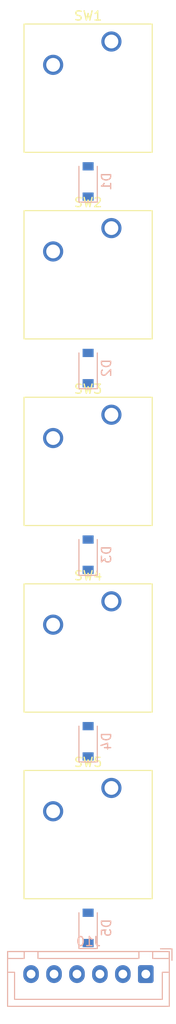
<source format=kicad_pcb>
(kicad_pcb (version 20211014) (generator pcbnew)
  (layers (0 "F.Cu" signal) (31 "B.Cu" signal) (34 "B.Paste" user) (35 "F.Paste" user) (36 "B.SilkS" user "B.Silkscreen") (37 "F.SilkS" user "F.Silkscreen") (38 "B.Mask" user) (39 "F.Mask" user) (44 "Edge.Cuts" user))
  (net 0 "")
  (net 1 "/ROW1")
  (net 2 "Net-(D1-Pad2)")
  (net 3 "/ROW3")
  (net 4 "Net-(D2-Pad2)")
  (net 5 "/ROW4")
  (net 6 "Net-(D3-Pad2)")
  (net 7 "/ROW2")
  (net 8 "Net-(D4-Pad2)")
  (net 9 "/ROW5")
  (net 10 "Net-(D5-Pad2)")
  (net 11 "/COL5")
  (footprint "Button_Switch_Keyboard:SW_Cherry_MX_1.00u_PCB" (layer "F.Cu") (at 205.74 88.9)
    (fp_text reference "SW3" (at -2.54 -2.794) (layer "F.SilkS"))
    (fp_text value "SW_Push")
    (fp_line (start 4.445 -1.905) (end 4.445 12.065) (layer "F.SilkS") (width 0.12))
    (fp_line (start 4.445 12.065) (end -9.525 12.065) (layer "F.SilkS") (width 0.12))
    (fp_line (start -9.525 12.065) (end -9.525 -1.905) (layer "F.SilkS") (width 0.12))
    (fp_line (start -9.525 -1.905) (end 4.445 -1.905) (layer "F.SilkS") (width 0.12))
    (pad "" np_thru_hole circle (at -2.54 5.08) (size 4 4) (drill 4) (layers *.Cu *.Mask))
    (pad "" np_thru_hole circle (at 2.54 5.08) (size 1.7 1.7) (drill 1.7) (layers *.Cu *.Mask))
    (pad "" np_thru_hole circle (at -7.62 5.08) (size 1.7 1.7) (drill 1.7) (layers *.Cu *.Mask))
    (pad "1" thru_hole circle (at 0 0) (size 2.2 2.2) (drill 1.5) (layers *.Cu *.Mask) (net 11 "/COL5"))
    (pad "2" thru_hole circle (at -6.35 2.54) (size 2.2 2.2) (drill 1.5) (layers *.Cu *.Mask) (net 6 "Net-(D3-Pad2)"))
  )
  (footprint "Button_Switch_Keyboard:SW_Cherry_MX_1.00u_PCB" (layer "F.Cu") (at 205.74 48.26)
    (fp_text reference "SW1" (at -2.54 -2.794) (layer "F.SilkS"))
    (fp_text value "SW_Push")
    (fp_line (start -9.525 12.065) (end -9.525 -1.905) (layer "F.SilkS") (width 0.12))
    (fp_line (start 4.445 12.065) (end -9.525 12.065) (layer "F.SilkS") (width 0.12))
    (fp_line (start 4.445 -1.905) (end 4.445 12.065) (layer "F.SilkS") (width 0.12))
    (fp_line (start -9.525 -1.905) (end 4.445 -1.905) (layer "F.SilkS") (width 0.12))
    (pad "" np_thru_hole circle (at -7.62 5.08) (size 1.7 1.7) (drill 1.7) (layers *.Cu *.Mask))
    (pad "" np_thru_hole circle (at 2.54 5.08) (size 1.7 1.7) (drill 1.7) (layers *.Cu *.Mask))
    (pad "" np_thru_hole circle (at -2.54 5.08) (size 4 4) (drill 4) (layers *.Cu *.Mask))
    (pad "1" thru_hole circle (at 0 0) (size 2.2 2.2) (drill 1.5) (layers *.Cu *.Mask) (net 11 "/COL5"))
    (pad "2" thru_hole circle (at -6.35 2.54) (size 2.2 2.2) (drill 1.5) (layers *.Cu *.Mask) (net 2 "Net-(D1-Pad2)"))
  )
  (footprint "Button_Switch_Keyboard:SW_Cherry_MX_1.00u_PCB" (layer "F.Cu") (at 205.74 129.54)
    (fp_text reference "SW5" (at -2.54 -2.794) (layer "F.SilkS"))
    (fp_text value "SW_Push")
    (fp_line (start -9.525 12.065) (end -9.525 -1.905) (layer "F.SilkS") (width 0.12))
    (fp_line (start 4.445 12.065) (end -9.525 12.065) (layer "F.SilkS") (width 0.12))
    (fp_line (start -9.525 -1.905) (end 4.445 -1.905) (layer "F.SilkS") (width 0.12))
    (fp_line (start 4.445 -1.905) (end 4.445 12.065) (layer "F.SilkS") (width 0.12))
    (pad "" np_thru_hole circle (at 2.54 5.08) (size 1.7 1.7) (drill 1.7) (layers *.Cu *.Mask))
    (pad "" np_thru_hole circle (at -2.54 5.08) (size 4 4) (drill 4) (layers *.Cu *.Mask))
    (pad "" np_thru_hole circle (at -7.62 5.08) (size 1.7 1.7) (drill 1.7) (layers *.Cu *.Mask))
    (pad "1" thru_hole circle (at 0 0) (size 2.2 2.2) (drill 1.5) (layers *.Cu *.Mask) (net 11 "/COL5"))
    (pad "2" thru_hole circle (at -6.35 2.54) (size 2.2 2.2) (drill 1.5) (layers *.Cu *.Mask) (net 10 "Net-(D5-Pad2)"))
  )
  (footprint "Button_Switch_Keyboard:SW_Cherry_MX_1.00u_PCB" (layer "F.Cu") (at 205.74 109.22)
    (fp_text reference "SW4" (at -2.54 -2.794) (layer "F.SilkS"))
    (fp_text value "SW_Push")
    (fp_line (start 4.445 -1.905) (end 4.445 12.065) (layer "F.SilkS") (width 0.12))
    (fp_line (start -9.525 12.065) (end -9.525 -1.905) (layer "F.SilkS") (width 0.12))
    (fp_line (start 4.445 12.065) (end -9.525 12.065) (layer "F.SilkS") (width 0.12))
    (fp_line (start -9.525 -1.905) (end 4.445 -1.905) (layer "F.SilkS") (width 0.12))
    (pad "" np_thru_hole circle (at 2.54 5.08) (size 1.7 1.7) (drill 1.7) (layers *.Cu *.Mask))
    (pad "" np_thru_hole circle (at -2.54 5.08) (size 4 4) (drill 4) (layers *.Cu *.Mask))
    (pad "" np_thru_hole circle (at -7.62 5.08) (size 1.7 1.7) (drill 1.7) (layers *.Cu *.Mask))
    (pad "1" thru_hole circle (at 0 0) (size 2.2 2.2) (drill 1.5) (layers *.Cu *.Mask) (net 11 "/COL5"))
    (pad "2" thru_hole circle (at -6.35 2.54) (size 2.2 2.2) (drill 1.5) (layers *.Cu *.Mask) (net 8 "Net-(D4-Pad2)"))
  )
  (footprint "Button_Switch_Keyboard:SW_Cherry_MX_1.00u_PCB" (layer "F.Cu") (at 205.74 68.58)
    (fp_text reference "SW2" (at -2.54 -2.794) (layer "F.SilkS"))
    (fp_text value "SW_Push")
    (fp_line (start 4.445 -1.905) (end 4.445 12.065) (layer "F.SilkS") (width 0.12))
    (fp_line (start -9.525 -1.905) (end 4.445 -1.905) (layer "F.SilkS") (width 0.12))
    (fp_line (start 4.445 12.065) (end -9.525 12.065) (layer "F.SilkS") (width 0.12))
    (fp_line (start -9.525 12.065) (end -9.525 -1.905) (layer "F.SilkS") (width 0.12))
    (pad "" np_thru_hole circle (at -2.54 5.08) (size 4 4) (drill 4) (layers *.Cu *.Mask))
    (pad "" np_thru_hole circle (at 2.54 5.08) (size 1.7 1.7) (drill 1.7) (layers *.Cu *.Mask))
    (pad "" np_thru_hole circle (at -7.62 5.08) (size 1.7 1.7) (drill 1.7) (layers *.Cu *.Mask))
    (pad "1" thru_hole circle (at 0 0) (size 2.2 2.2) (drill 1.5) (layers *.Cu *.Mask) (net 11 "/COL5"))
    (pad "2" thru_hole circle (at -6.35 2.54) (size 2.2 2.2) (drill 1.5) (layers *.Cu *.Mask) (net 4 "Net-(D2-Pad2)"))
  )
  (footprint "Connector_JST:JST_XH_B6B-XH-A_1x06_P2.50mm_Vertical" (layer "B.Cu") (at 209.486071 149.809206 180)
    (fp_text reference "J10" (at 6.25 3.55) (layer "B.SilkS") (effects (justify mirror)))
    (fp_text value "Conn_01x06_Male")
    (fp_line (start -2.55 0.2) (end -1.8 0.2) (layer "B.SilkS") (width 0.12))
    (fp_line (start -2.85 2.75) (end -2.85 1.5) (layer "B.SilkS") (width 0.12))
    (fp_line (start -2.56 2.46) (end -2.56 -3.51) (layer "B.SilkS") (width 0.12))
    (fp_line (start -2.55 2.45) (end -2.55 1.7) (layer "B.SilkS") (width 0.12))
    (fp_line (start -1.8 0.2) (end -1.8 -2.75) (layer "B.SilkS") (width 0.12))
    (fp_line (start 15.05 1.7) (end 15.05 2.45) (layer "B.SilkS") (width 0.12))
    (fp_line (start 11.75 2.45) (end 0.75 2.45) (layer "B.SilkS") (width 0.12))
    (fp_line (start 0.75 1.7) (end 11.75 1.7) (layer "B.SilkS") (width 0.12))
    (fp_line (start -1.8 -2.75) (end 6.25 -2.75) (layer "B.SilkS") (width 0.12))
    (fp_line (start -0.75 2.45) (end -2.55 2.45) (layer "B.SilkS") (width 0.12))
    (fp_line (start 14.3 -2.75) (end 6.25 -2.75) (layer "B.SilkS") (width 0.12))
    (fp_line (start -0.75 1.7) (end -0.75 2.45) (layer "B.SilkS") (width 0.12))
    (fp_line (start 13.25 2.45) (end 13.25 1.7) (layer "B.SilkS") (width 0.12))
    (fp_line (start 15.05 0.2) (end 14.3 0.2) (layer "B.SilkS") (width 0.12))
    (fp_line (start 13.25 1.7) (end 15.05 1.7) (layer "B.SilkS") (width 0.12))
    (fp_line (start -2.55 1.7) (end -0.75 1.7) (layer "B.SilkS") (width 0.12))
    (fp_line (start 11.75 1.7) (end 11.75 2.45) (layer "B.SilkS") (width 0.12))
    (fp_line (start 14.3 0.2) (end 14.3 -2.75) (layer "B.SilkS") (width 0.12))
    (fp_line (start 15.06 2.46) (end -2.56 2.46) (layer "B.SilkS") (width 0.12))
    (fp_line (start 0.75 2.45) (end 0.75 1.7) (layer "B.SilkS") (width 0.12))
    (fp_line (start -2.56 -3.51) (end 15.06 -3.51) (layer "B.SilkS") (width 0.12))
    (fp_line (start -1.6 2.75) (end -2.85 2.75) (layer "B.SilkS") (width 0.12))
    (fp_line (start 15.05 2.45) (end 13.25 2.45) (layer "B.SilkS") (width 0.12))
    (fp_line (start 15.06 -3.51) (end 15.06 2.46) (layer "B.SilkS") (width 0.12))
    (pad "1" thru_hole roundrect (at 0 0 180) (size 1.7 1.95) (drill 0.95) (layers *.Cu *.Mask) (roundrect_rratio 0.147059) (net 11 "/COL5"))
    (pad "2" thru_hole oval (at 2.5 0 180) (size 1.7 1.95) (drill 0.95) (layers *.Cu *.Mask) (net 1 "/ROW1"))
    (pad "3" thru_hole oval (at 5 0 180) (size 1.7 1.95) (drill 0.95) (layers *.Cu *.Mask) (net 7 "/ROW2"))
    (pad "4" thru_hole oval (at 7.5 0 180) (size 1.7 1.95) (drill 0.95) (layers *.Cu *.Mask) (net 3 "/ROW3"))
    (pad "5" thru_hole oval (at 10 0 180) (size 1.7 1.95) (drill 0.95) (layers *.Cu *.Mask) (net 5 "/ROW4"))
    (pad "6" thru_hole oval (at 12.5 0 180) (size 1.7 1.95) (drill 0.95) (layers *.Cu *.Mask) (net 9 "/ROW5"))
  )
  (footprint "Diode_SMD:D_SOD-123" (layer "B.Cu") (at 203.2 124.46 90)
    (fp_text reference "D4" (at 0 2 90) (layer "B.SilkS") (effects (justify mirror)))
    (fp_text value "1N4148W")
    (fp_line (start -2.25 1) (end 1.65 1) (layer "B.SilkS") (width 0.12))
    (fp_line (start -2.25 1) (end -2.25 -1) (layer "B.SilkS") (width 0.12))
    (fp_line (start -2.25 -1) (end 1.65 -1) (layer "B.SilkS") (width 0.12))
    (pad "1" smd rect (at -1.65 0 90) (size 0.9 1.2) (layers "B.Cu" "B.Paste" "B.Mask") (net 5 "/ROW4"))
    (pad "2" smd rect (at 1.65 0 90) (size 0.9 1.2) (layers "B.Cu" "B.Paste" "B.Mask") (net 8 "Net-(D4-Pad2)"))
  )
  (footprint "Diode_SMD:D_SOD-123" (layer "B.Cu") (at 203.2 144.78 90)
    (fp_text reference "D5" (at 0 2 90) (layer "B.SilkS") (effects (justify mirror)))
    (fp_text value "1N4148W")
    (fp_line (start -2.25 -1) (end 1.65 -1) (layer "B.SilkS") (width 0.12))
    (fp_line (start -2.25 1) (end -2.25 -1) (layer "B.SilkS") (width 0.12))
    (fp_line (start -2.25 1) (end 1.65 1) (layer "B.SilkS") (width 0.12))
    (pad "1" smd rect (at -1.65 0 90) (size 0.9 1.2) (layers "B.Cu" "B.Paste" "B.Mask") (net 9 "/ROW5"))
    (pad "2" smd rect (at 1.65 0 90) (size 0.9 1.2) (layers "B.Cu" "B.Paste" "B.Mask") (net 10 "Net-(D5-Pad2)"))
  )
  (footprint "Diode_SMD:D_SOD-123" (layer "B.Cu") (at 203.2 63.5 90)
    (fp_text reference "D1" (at 0 2 90) (layer "B.SilkS") (effects (justify mirror)))
    (fp_text value "1N4148W")
    (fp_line (start -2.25 1) (end -2.25 -1) (layer "B.SilkS") (width 0.12))
    (fp_line (start -2.25 1) (end 1.65 1) (layer "B.SilkS") (width 0.12))
    (fp_line (start -2.25 -1) (end 1.65 -1) (layer "B.SilkS") (width 0.12))
    (pad "1" smd rect (at -1.65 0 90) (size 0.9 1.2) (layers "B.Cu" "B.Paste" "B.Mask") (net 1 "/ROW1"))
    (pad "2" smd rect (at 1.65 0 90) (size 0.9 1.2) (layers "B.Cu" "B.Paste" "B.Mask") (net 2 "Net-(D1-Pad2)"))
  )
  (footprint "Diode_SMD:D_SOD-123" (layer "B.Cu") (at 203.2 83.82 90)
    (fp_text reference "D2" (at 0 2 90) (layer "B.SilkS") (effects (justify mirror)))
    (fp_text value "1N4148W")
    (fp_line (start -2.25 -1) (end 1.65 -1) (layer "B.SilkS") (width 0.12))
    (fp_line (start -2.25 1) (end -2.25 -1) (layer "B.SilkS") (width 0.12))
    (fp_line (start -2.25 1) (end 1.65 1) (layer "B.SilkS") (width 0.12))
    (pad "1" smd rect (at -1.65 0 90) (size 0.9 1.2) (layers "B.Cu" "B.Paste" "B.Mask") (net 7 "/ROW2"))
    (pad "2" smd rect (at 1.65 0 90) (size 0.9 1.2) (layers "B.Cu" "B.Paste" "B.Mask") (net 4 "Net-(D2-Pad2)"))
  )
  (footprint "Diode_SMD:D_SOD-123" (layer "B.Cu") (at 203.2 104.14 90)
    (fp_text reference "D3" (at 0 2 90) (layer "B.SilkS") (effects (justify mirror)))
    (fp_text value "1N4148W")
    (fp_line (start -2.25 -1) (end 1.65 -1) (layer "B.SilkS") (width 0.12))
    (fp_line (start -2.25 1) (end 1.65 1) (layer "B.SilkS") (width 0.12))
    (fp_line (start -2.25 1) (end -2.25 -1) (layer "B.SilkS") (width 0.12))
    (pad "1" smd rect (at -1.65 0 90) (size 0.9 1.2) (layers "B.Cu" "B.Paste" "B.Mask") (net 3 "/ROW3"))
    (pad "2" smd rect (at 1.65 0 90) (size 0.9 1.2) (layers "B.Cu" "B.Paste" "B.Mask") (net 6 "Net-(D3-Pad2)"))
  )
)
</source>
